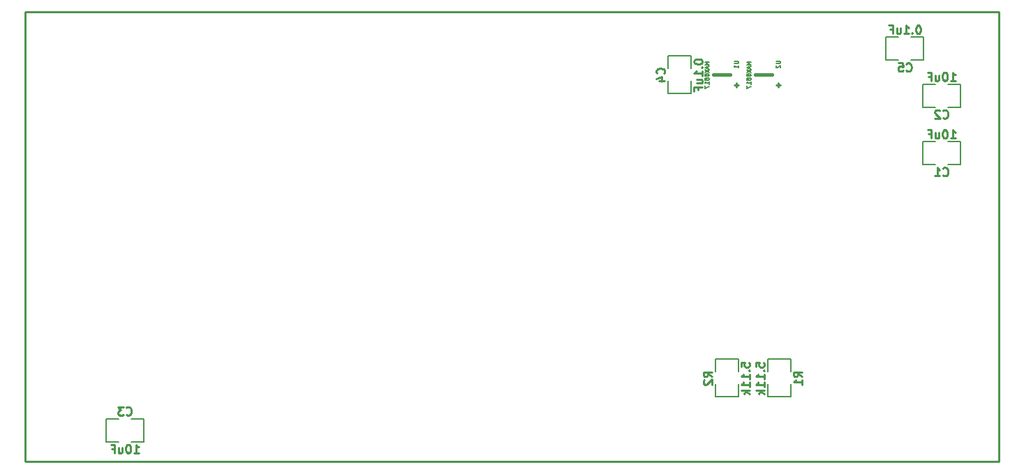
<source format=gbo>
G04 #@! TF.FileFunction,Legend,Bot*
%FSLAX46Y46*%
G04 Gerber Fmt 4.6, Leading zero omitted, Abs format (unit mm)*
G04 Created by KiCad (PCBNEW 0.201508100901+6080~28~ubuntu14.04.1-product) date Tue 11 Aug 2015 03:56:28 PM EDT*
%MOMM*%
G01*
G04 APERTURE LIST*
%ADD10C,0.100000*%
%ADD11C,0.228600*%
%ADD12C,0.127000*%
%ADD13C,0.381000*%
%ADD14C,0.254000*%
%ADD15O,2.540000X1.854200*%
%ADD16R,2.540000X1.854200*%
%ADD17O,1.854200X2.540000*%
%ADD18R,1.854200X2.540000*%
%ADD19O,2.032000X1.524000*%
%ADD20O,5.080000X3.048000*%
%ADD21O,1.524000X2.032000*%
%ADD22C,3.937000*%
%ADD23O,1.524000X2.540000*%
%ADD24O,2.540000X1.524000*%
%ADD25C,1.930400*%
%ADD26O,4.572000X3.556000*%
%ADD27O,4.064000X5.080000*%
%ADD28O,5.080000X3.556000*%
%ADD29R,1.270000X2.540000*%
%ADD30R,2.540000X1.270000*%
%ADD31R,0.762000X1.534160*%
%ADD32O,4.648200X3.378200*%
G04 APERTURE END LIST*
D10*
D11*
X211455000Y-75565000D02*
X93345000Y-75565000D01*
X211455000Y-130175000D02*
X211455000Y-75565000D01*
X93345000Y-130175000D02*
X211455000Y-130175000D01*
X93345000Y-75565000D02*
X93345000Y-130175000D01*
D12*
X203708000Y-94107000D02*
X202184000Y-94107000D01*
X202184000Y-94107000D02*
X202184000Y-91313000D01*
X202184000Y-91313000D02*
X203708000Y-91313000D01*
X205232000Y-91313000D02*
X206756000Y-91313000D01*
X206756000Y-91313000D02*
X206756000Y-94107000D01*
X206756000Y-94107000D02*
X205232000Y-94107000D01*
X203708000Y-87122000D02*
X202184000Y-87122000D01*
X202184000Y-87122000D02*
X202184000Y-84328000D01*
X202184000Y-84328000D02*
X203708000Y-84328000D01*
X205232000Y-84328000D02*
X206756000Y-84328000D01*
X206756000Y-84328000D02*
X206756000Y-87122000D01*
X206756000Y-87122000D02*
X205232000Y-87122000D01*
X106172000Y-124968000D02*
X107696000Y-124968000D01*
X107696000Y-124968000D02*
X107696000Y-127762000D01*
X107696000Y-127762000D02*
X106172000Y-127762000D01*
X104648000Y-127762000D02*
X103124000Y-127762000D01*
X103124000Y-127762000D02*
X103124000Y-124968000D01*
X103124000Y-124968000D02*
X104648000Y-124968000D01*
X171323000Y-82423000D02*
X171323000Y-80899000D01*
X171323000Y-80899000D02*
X174117000Y-80899000D01*
X174117000Y-80899000D02*
X174117000Y-82423000D01*
X174117000Y-83947000D02*
X174117000Y-85471000D01*
X174117000Y-85471000D02*
X171323000Y-85471000D01*
X171323000Y-85471000D02*
X171323000Y-83947000D01*
X199263000Y-81407000D02*
X197739000Y-81407000D01*
X197739000Y-81407000D02*
X197739000Y-78613000D01*
X197739000Y-78613000D02*
X199263000Y-78613000D01*
X200787000Y-78613000D02*
X202311000Y-78613000D01*
X202311000Y-78613000D02*
X202311000Y-81407000D01*
X202311000Y-81407000D02*
X200787000Y-81407000D01*
X186182000Y-120777000D02*
X186182000Y-122301000D01*
X186182000Y-122301000D02*
X183388000Y-122301000D01*
X183388000Y-122301000D02*
X183388000Y-120777000D01*
X183388000Y-119253000D02*
X183388000Y-117729000D01*
X183388000Y-117729000D02*
X186182000Y-117729000D01*
X186182000Y-117729000D02*
X186182000Y-119253000D01*
X177038000Y-119253000D02*
X177038000Y-117729000D01*
X177038000Y-117729000D02*
X179832000Y-117729000D01*
X179832000Y-117729000D02*
X179832000Y-119253000D01*
X179832000Y-120777000D02*
X179832000Y-122301000D01*
X179832000Y-122301000D02*
X177038000Y-122301000D01*
X177038000Y-122301000D02*
X177038000Y-120777000D01*
D13*
X178816000Y-83185000D02*
X176784000Y-83185000D01*
D11*
X179578000Y-84709000D02*
X179578000Y-84201000D01*
X179832000Y-84455000D02*
X179324000Y-84455000D01*
D13*
X183896000Y-83185000D02*
X181864000Y-83185000D01*
D11*
X184658000Y-84709000D02*
X184658000Y-84201000D01*
X184912000Y-84455000D02*
X184404000Y-84455000D01*
D14*
X204639333Y-95358857D02*
X204687714Y-95407238D01*
X204832857Y-95455619D01*
X204929619Y-95455619D01*
X205074761Y-95407238D01*
X205171523Y-95310476D01*
X205219904Y-95213714D01*
X205268285Y-95020190D01*
X205268285Y-94875048D01*
X205219904Y-94681524D01*
X205171523Y-94584762D01*
X205074761Y-94488000D01*
X204929619Y-94439619D01*
X204832857Y-94439619D01*
X204687714Y-94488000D01*
X204639333Y-94536381D01*
X203671714Y-95455619D02*
X204252285Y-95455619D01*
X203961999Y-95455619D02*
X203961999Y-94439619D01*
X204058761Y-94584762D01*
X204155523Y-94681524D01*
X204252285Y-94729905D01*
X205558571Y-90883619D02*
X206139142Y-90883619D01*
X205848856Y-90883619D02*
X205848856Y-89867619D01*
X205945618Y-90012762D01*
X206042380Y-90109524D01*
X206139142Y-90157905D01*
X204929618Y-89867619D02*
X204832857Y-89867619D01*
X204736095Y-89916000D01*
X204687714Y-89964381D01*
X204639333Y-90061143D01*
X204590952Y-90254667D01*
X204590952Y-90496571D01*
X204639333Y-90690095D01*
X204687714Y-90786857D01*
X204736095Y-90835238D01*
X204832857Y-90883619D01*
X204929618Y-90883619D01*
X205026380Y-90835238D01*
X205074761Y-90786857D01*
X205123142Y-90690095D01*
X205171523Y-90496571D01*
X205171523Y-90254667D01*
X205123142Y-90061143D01*
X205074761Y-89964381D01*
X205026380Y-89916000D01*
X204929618Y-89867619D01*
X203720095Y-90206286D02*
X203720095Y-90883619D01*
X204155523Y-90206286D02*
X204155523Y-90738476D01*
X204107142Y-90835238D01*
X204010380Y-90883619D01*
X203865238Y-90883619D01*
X203768476Y-90835238D01*
X203720095Y-90786857D01*
X202897619Y-90351429D02*
X203236285Y-90351429D01*
X203236285Y-90883619D02*
X203236285Y-89867619D01*
X202752476Y-89867619D01*
X204639333Y-88373857D02*
X204687714Y-88422238D01*
X204832857Y-88470619D01*
X204929619Y-88470619D01*
X205074761Y-88422238D01*
X205171523Y-88325476D01*
X205219904Y-88228714D01*
X205268285Y-88035190D01*
X205268285Y-87890048D01*
X205219904Y-87696524D01*
X205171523Y-87599762D01*
X205074761Y-87503000D01*
X204929619Y-87454619D01*
X204832857Y-87454619D01*
X204687714Y-87503000D01*
X204639333Y-87551381D01*
X204252285Y-87551381D02*
X204203904Y-87503000D01*
X204107142Y-87454619D01*
X203865238Y-87454619D01*
X203768476Y-87503000D01*
X203720095Y-87551381D01*
X203671714Y-87648143D01*
X203671714Y-87744905D01*
X203720095Y-87890048D01*
X204300666Y-88470619D01*
X203671714Y-88470619D01*
X205558571Y-83898619D02*
X206139142Y-83898619D01*
X205848856Y-83898619D02*
X205848856Y-82882619D01*
X205945618Y-83027762D01*
X206042380Y-83124524D01*
X206139142Y-83172905D01*
X204929618Y-82882619D02*
X204832857Y-82882619D01*
X204736095Y-82931000D01*
X204687714Y-82979381D01*
X204639333Y-83076143D01*
X204590952Y-83269667D01*
X204590952Y-83511571D01*
X204639333Y-83705095D01*
X204687714Y-83801857D01*
X204736095Y-83850238D01*
X204832857Y-83898619D01*
X204929618Y-83898619D01*
X205026380Y-83850238D01*
X205074761Y-83801857D01*
X205123142Y-83705095D01*
X205171523Y-83511571D01*
X205171523Y-83269667D01*
X205123142Y-83076143D01*
X205074761Y-82979381D01*
X205026380Y-82931000D01*
X204929618Y-82882619D01*
X203720095Y-83221286D02*
X203720095Y-83898619D01*
X204155523Y-83221286D02*
X204155523Y-83753476D01*
X204107142Y-83850238D01*
X204010380Y-83898619D01*
X203865238Y-83898619D01*
X203768476Y-83850238D01*
X203720095Y-83801857D01*
X202897619Y-83366429D02*
X203236285Y-83366429D01*
X203236285Y-83898619D02*
X203236285Y-82882619D01*
X202752476Y-82882619D01*
X105579333Y-124441857D02*
X105627714Y-124490238D01*
X105772857Y-124538619D01*
X105869619Y-124538619D01*
X106014761Y-124490238D01*
X106111523Y-124393476D01*
X106159904Y-124296714D01*
X106208285Y-124103190D01*
X106208285Y-123958048D01*
X106159904Y-123764524D01*
X106111523Y-123667762D01*
X106014761Y-123571000D01*
X105869619Y-123522619D01*
X105772857Y-123522619D01*
X105627714Y-123571000D01*
X105579333Y-123619381D01*
X105240666Y-123522619D02*
X104611714Y-123522619D01*
X104950380Y-123909667D01*
X104805238Y-123909667D01*
X104708476Y-123958048D01*
X104660095Y-124006429D01*
X104611714Y-124103190D01*
X104611714Y-124345095D01*
X104660095Y-124441857D01*
X104708476Y-124490238D01*
X104805238Y-124538619D01*
X105095523Y-124538619D01*
X105192285Y-124490238D01*
X105240666Y-124441857D01*
X106498571Y-129110619D02*
X107079142Y-129110619D01*
X106788856Y-129110619D02*
X106788856Y-128094619D01*
X106885618Y-128239762D01*
X106982380Y-128336524D01*
X107079142Y-128384905D01*
X105869618Y-128094619D02*
X105772857Y-128094619D01*
X105676095Y-128143000D01*
X105627714Y-128191381D01*
X105579333Y-128288143D01*
X105530952Y-128481667D01*
X105530952Y-128723571D01*
X105579333Y-128917095D01*
X105627714Y-129013857D01*
X105676095Y-129062238D01*
X105772857Y-129110619D01*
X105869618Y-129110619D01*
X105966380Y-129062238D01*
X106014761Y-129013857D01*
X106063142Y-128917095D01*
X106111523Y-128723571D01*
X106111523Y-128481667D01*
X106063142Y-128288143D01*
X106014761Y-128191381D01*
X105966380Y-128143000D01*
X105869618Y-128094619D01*
X104660095Y-128433286D02*
X104660095Y-129110619D01*
X105095523Y-128433286D02*
X105095523Y-128965476D01*
X105047142Y-129062238D01*
X104950380Y-129110619D01*
X104805238Y-129110619D01*
X104708476Y-129062238D01*
X104660095Y-129013857D01*
X103837619Y-128578429D02*
X104176285Y-128578429D01*
X104176285Y-129110619D02*
X104176285Y-128094619D01*
X103692476Y-128094619D01*
X170796857Y-83015667D02*
X170845238Y-82967286D01*
X170893619Y-82822143D01*
X170893619Y-82725381D01*
X170845238Y-82580239D01*
X170748476Y-82483477D01*
X170651714Y-82435096D01*
X170458190Y-82386715D01*
X170313048Y-82386715D01*
X170119524Y-82435096D01*
X170022762Y-82483477D01*
X169926000Y-82580239D01*
X169877619Y-82725381D01*
X169877619Y-82822143D01*
X169926000Y-82967286D01*
X169974381Y-83015667D01*
X170216286Y-83886524D02*
X170893619Y-83886524D01*
X169829238Y-83644620D02*
X170554952Y-83402715D01*
X170554952Y-84031667D01*
X174449619Y-81515858D02*
X174449619Y-81612619D01*
X174498000Y-81709381D01*
X174546381Y-81757762D01*
X174643143Y-81806143D01*
X174836667Y-81854524D01*
X175078571Y-81854524D01*
X175272095Y-81806143D01*
X175368857Y-81757762D01*
X175417238Y-81709381D01*
X175465619Y-81612619D01*
X175465619Y-81515858D01*
X175417238Y-81419096D01*
X175368857Y-81370715D01*
X175272095Y-81322334D01*
X175078571Y-81273953D01*
X174836667Y-81273953D01*
X174643143Y-81322334D01*
X174546381Y-81370715D01*
X174498000Y-81419096D01*
X174449619Y-81515858D01*
X175368857Y-82289953D02*
X175417238Y-82338334D01*
X175465619Y-82289953D01*
X175417238Y-82241572D01*
X175368857Y-82289953D01*
X175465619Y-82289953D01*
X175465619Y-83305953D02*
X175465619Y-82725382D01*
X175465619Y-83015668D02*
X174449619Y-83015668D01*
X174594762Y-82918906D01*
X174691524Y-82822144D01*
X174739905Y-82725382D01*
X174788286Y-84176810D02*
X175465619Y-84176810D01*
X174788286Y-83741382D02*
X175320476Y-83741382D01*
X175417238Y-83789763D01*
X175465619Y-83886525D01*
X175465619Y-84031667D01*
X175417238Y-84128429D01*
X175368857Y-84176810D01*
X174933429Y-84999286D02*
X174933429Y-84660620D01*
X175465619Y-84660620D02*
X174449619Y-84660620D01*
X174449619Y-85144429D01*
X200194333Y-82658857D02*
X200242714Y-82707238D01*
X200387857Y-82755619D01*
X200484619Y-82755619D01*
X200629761Y-82707238D01*
X200726523Y-82610476D01*
X200774904Y-82513714D01*
X200823285Y-82320190D01*
X200823285Y-82175048D01*
X200774904Y-81981524D01*
X200726523Y-81884762D01*
X200629761Y-81788000D01*
X200484619Y-81739619D01*
X200387857Y-81739619D01*
X200242714Y-81788000D01*
X200194333Y-81836381D01*
X199275095Y-81739619D02*
X199758904Y-81739619D01*
X199807285Y-82223429D01*
X199758904Y-82175048D01*
X199662142Y-82126667D01*
X199420238Y-82126667D01*
X199323476Y-82175048D01*
X199275095Y-82223429D01*
X199226714Y-82320190D01*
X199226714Y-82562095D01*
X199275095Y-82658857D01*
X199323476Y-82707238D01*
X199420238Y-82755619D01*
X199662142Y-82755619D01*
X199758904Y-82707238D01*
X199807285Y-82658857D01*
X201694142Y-77167619D02*
X201597381Y-77167619D01*
X201500619Y-77216000D01*
X201452238Y-77264381D01*
X201403857Y-77361143D01*
X201355476Y-77554667D01*
X201355476Y-77796571D01*
X201403857Y-77990095D01*
X201452238Y-78086857D01*
X201500619Y-78135238D01*
X201597381Y-78183619D01*
X201694142Y-78183619D01*
X201790904Y-78135238D01*
X201839285Y-78086857D01*
X201887666Y-77990095D01*
X201936047Y-77796571D01*
X201936047Y-77554667D01*
X201887666Y-77361143D01*
X201839285Y-77264381D01*
X201790904Y-77216000D01*
X201694142Y-77167619D01*
X200920047Y-78086857D02*
X200871666Y-78135238D01*
X200920047Y-78183619D01*
X200968428Y-78135238D01*
X200920047Y-78086857D01*
X200920047Y-78183619D01*
X199904047Y-78183619D02*
X200484618Y-78183619D01*
X200194332Y-78183619D02*
X200194332Y-77167619D01*
X200291094Y-77312762D01*
X200387856Y-77409524D01*
X200484618Y-77457905D01*
X199033190Y-77506286D02*
X199033190Y-78183619D01*
X199468618Y-77506286D02*
X199468618Y-78038476D01*
X199420237Y-78135238D01*
X199323475Y-78183619D01*
X199178333Y-78183619D01*
X199081571Y-78135238D01*
X199033190Y-78086857D01*
X198210714Y-77651429D02*
X198549380Y-77651429D01*
X198549380Y-78183619D02*
X198549380Y-77167619D01*
X198065571Y-77167619D01*
X187530619Y-119845667D02*
X187046810Y-119507001D01*
X187530619Y-119265096D02*
X186514619Y-119265096D01*
X186514619Y-119652143D01*
X186563000Y-119748905D01*
X186611381Y-119797286D01*
X186708143Y-119845667D01*
X186853286Y-119845667D01*
X186950048Y-119797286D01*
X186998429Y-119748905D01*
X187046810Y-119652143D01*
X187046810Y-119265096D01*
X187530619Y-120813286D02*
X187530619Y-120232715D01*
X187530619Y-120523001D02*
X186514619Y-120523001D01*
X186659762Y-120426239D01*
X186756524Y-120329477D01*
X186804905Y-120232715D01*
X181942619Y-118636143D02*
X181942619Y-118152334D01*
X182426429Y-118103953D01*
X182378048Y-118152334D01*
X182329667Y-118249096D01*
X182329667Y-118491000D01*
X182378048Y-118587762D01*
X182426429Y-118636143D01*
X182523190Y-118684524D01*
X182765095Y-118684524D01*
X182861857Y-118636143D01*
X182910238Y-118587762D01*
X182958619Y-118491000D01*
X182958619Y-118249096D01*
X182910238Y-118152334D01*
X182861857Y-118103953D01*
X182861857Y-119119953D02*
X182910238Y-119168334D01*
X182958619Y-119119953D01*
X182910238Y-119071572D01*
X182861857Y-119119953D01*
X182958619Y-119119953D01*
X182958619Y-120135953D02*
X182958619Y-119555382D01*
X182958619Y-119845668D02*
X181942619Y-119845668D01*
X182087762Y-119748906D01*
X182184524Y-119652144D01*
X182232905Y-119555382D01*
X182958619Y-121103572D02*
X182958619Y-120523001D01*
X182958619Y-120813287D02*
X181942619Y-120813287D01*
X182087762Y-120716525D01*
X182184524Y-120619763D01*
X182232905Y-120523001D01*
X182958619Y-121539001D02*
X181942619Y-121539001D01*
X182571571Y-121635763D02*
X182958619Y-121926048D01*
X182281286Y-121926048D02*
X182668333Y-121539001D01*
X176608619Y-119845667D02*
X176124810Y-119507001D01*
X176608619Y-119265096D02*
X175592619Y-119265096D01*
X175592619Y-119652143D01*
X175641000Y-119748905D01*
X175689381Y-119797286D01*
X175786143Y-119845667D01*
X175931286Y-119845667D01*
X176028048Y-119797286D01*
X176076429Y-119748905D01*
X176124810Y-119652143D01*
X176124810Y-119265096D01*
X175689381Y-120232715D02*
X175641000Y-120281096D01*
X175592619Y-120377858D01*
X175592619Y-120619762D01*
X175641000Y-120716524D01*
X175689381Y-120764905D01*
X175786143Y-120813286D01*
X175882905Y-120813286D01*
X176028048Y-120764905D01*
X176608619Y-120184334D01*
X176608619Y-120813286D01*
X180164619Y-118636143D02*
X180164619Y-118152334D01*
X180648429Y-118103953D01*
X180600048Y-118152334D01*
X180551667Y-118249096D01*
X180551667Y-118491000D01*
X180600048Y-118587762D01*
X180648429Y-118636143D01*
X180745190Y-118684524D01*
X180987095Y-118684524D01*
X181083857Y-118636143D01*
X181132238Y-118587762D01*
X181180619Y-118491000D01*
X181180619Y-118249096D01*
X181132238Y-118152334D01*
X181083857Y-118103953D01*
X181083857Y-119119953D02*
X181132238Y-119168334D01*
X181180619Y-119119953D01*
X181132238Y-119071572D01*
X181083857Y-119119953D01*
X181180619Y-119119953D01*
X181180619Y-120135953D02*
X181180619Y-119555382D01*
X181180619Y-119845668D02*
X180164619Y-119845668D01*
X180309762Y-119748906D01*
X180406524Y-119652144D01*
X180454905Y-119555382D01*
X181180619Y-121103572D02*
X181180619Y-120523001D01*
X181180619Y-120813287D02*
X180164619Y-120813287D01*
X180309762Y-120716525D01*
X180406524Y-120619763D01*
X180454905Y-120523001D01*
X181180619Y-121539001D02*
X180164619Y-121539001D01*
X180793571Y-121635763D02*
X181180619Y-121926048D01*
X180503286Y-121926048D02*
X180890333Y-121539001D01*
D12*
X179299810Y-81527952D02*
X179711048Y-81527952D01*
X179759429Y-81552143D01*
X179783619Y-81576333D01*
X179807810Y-81624714D01*
X179807810Y-81721476D01*
X179783619Y-81769857D01*
X179759429Y-81794048D01*
X179711048Y-81818238D01*
X179299810Y-81818238D01*
X179807810Y-82326238D02*
X179807810Y-82035952D01*
X179807810Y-82181095D02*
X179299810Y-82181095D01*
X179372381Y-82132714D01*
X179420762Y-82084333D01*
X179444952Y-82035952D01*
X176251810Y-81588427D02*
X175743810Y-81588427D01*
X176106667Y-81757761D01*
X175743810Y-81927094D01*
X176251810Y-81927094D01*
X176106667Y-82144808D02*
X176106667Y-82386713D01*
X176251810Y-82096427D02*
X175743810Y-82265760D01*
X176251810Y-82435094D01*
X175743810Y-82556046D02*
X176251810Y-82894713D01*
X175743810Y-82894713D02*
X176251810Y-82556046D01*
X175743810Y-83305952D02*
X175743810Y-83209190D01*
X175768000Y-83160809D01*
X175792190Y-83136618D01*
X175864762Y-83088237D01*
X175961524Y-83064047D01*
X176155048Y-83064047D01*
X176203429Y-83088237D01*
X176227619Y-83112428D01*
X176251810Y-83160809D01*
X176251810Y-83257571D01*
X176227619Y-83305952D01*
X176203429Y-83330142D01*
X176155048Y-83354333D01*
X176034095Y-83354333D01*
X175985714Y-83330142D01*
X175961524Y-83305952D01*
X175937333Y-83257571D01*
X175937333Y-83160809D01*
X175961524Y-83112428D01*
X175985714Y-83088237D01*
X176034095Y-83064047D01*
X175961524Y-83644619D02*
X175937333Y-83596238D01*
X175913143Y-83572047D01*
X175864762Y-83547857D01*
X175840571Y-83547857D01*
X175792190Y-83572047D01*
X175768000Y-83596238D01*
X175743810Y-83644619D01*
X175743810Y-83741381D01*
X175768000Y-83789762D01*
X175792190Y-83813952D01*
X175840571Y-83838143D01*
X175864762Y-83838143D01*
X175913143Y-83813952D01*
X175937333Y-83789762D01*
X175961524Y-83741381D01*
X175961524Y-83644619D01*
X175985714Y-83596238D01*
X176009905Y-83572047D01*
X176058286Y-83547857D01*
X176155048Y-83547857D01*
X176203429Y-83572047D01*
X176227619Y-83596238D01*
X176251810Y-83644619D01*
X176251810Y-83741381D01*
X176227619Y-83789762D01*
X176203429Y-83813952D01*
X176155048Y-83838143D01*
X176058286Y-83838143D01*
X176009905Y-83813952D01*
X175985714Y-83789762D01*
X175961524Y-83741381D01*
X176251810Y-84321953D02*
X176251810Y-84031667D01*
X176251810Y-84176810D02*
X175743810Y-84176810D01*
X175816381Y-84128429D01*
X175864762Y-84080048D01*
X175888952Y-84031667D01*
X175743810Y-84491286D02*
X175743810Y-84829953D01*
X176251810Y-84612239D01*
X184379810Y-81527952D02*
X184791048Y-81527952D01*
X184839429Y-81552143D01*
X184863619Y-81576333D01*
X184887810Y-81624714D01*
X184887810Y-81721476D01*
X184863619Y-81769857D01*
X184839429Y-81794048D01*
X184791048Y-81818238D01*
X184379810Y-81818238D01*
X184428190Y-82035952D02*
X184404000Y-82060142D01*
X184379810Y-82108523D01*
X184379810Y-82229476D01*
X184404000Y-82277857D01*
X184428190Y-82302047D01*
X184476571Y-82326238D01*
X184524952Y-82326238D01*
X184597524Y-82302047D01*
X184887810Y-82011761D01*
X184887810Y-82326238D01*
X181331810Y-81588427D02*
X180823810Y-81588427D01*
X181186667Y-81757761D01*
X180823810Y-81927094D01*
X181331810Y-81927094D01*
X181186667Y-82144808D02*
X181186667Y-82386713D01*
X181331810Y-82096427D02*
X180823810Y-82265760D01*
X181331810Y-82435094D01*
X180823810Y-82556046D02*
X181331810Y-82894713D01*
X180823810Y-82894713D02*
X181331810Y-82556046D01*
X180823810Y-83305952D02*
X180823810Y-83209190D01*
X180848000Y-83160809D01*
X180872190Y-83136618D01*
X180944762Y-83088237D01*
X181041524Y-83064047D01*
X181235048Y-83064047D01*
X181283429Y-83088237D01*
X181307619Y-83112428D01*
X181331810Y-83160809D01*
X181331810Y-83257571D01*
X181307619Y-83305952D01*
X181283429Y-83330142D01*
X181235048Y-83354333D01*
X181114095Y-83354333D01*
X181065714Y-83330142D01*
X181041524Y-83305952D01*
X181017333Y-83257571D01*
X181017333Y-83160809D01*
X181041524Y-83112428D01*
X181065714Y-83088237D01*
X181114095Y-83064047D01*
X181041524Y-83644619D02*
X181017333Y-83596238D01*
X180993143Y-83572047D01*
X180944762Y-83547857D01*
X180920571Y-83547857D01*
X180872190Y-83572047D01*
X180848000Y-83596238D01*
X180823810Y-83644619D01*
X180823810Y-83741381D01*
X180848000Y-83789762D01*
X180872190Y-83813952D01*
X180920571Y-83838143D01*
X180944762Y-83838143D01*
X180993143Y-83813952D01*
X181017333Y-83789762D01*
X181041524Y-83741381D01*
X181041524Y-83644619D01*
X181065714Y-83596238D01*
X181089905Y-83572047D01*
X181138286Y-83547857D01*
X181235048Y-83547857D01*
X181283429Y-83572047D01*
X181307619Y-83596238D01*
X181331810Y-83644619D01*
X181331810Y-83741381D01*
X181307619Y-83789762D01*
X181283429Y-83813952D01*
X181235048Y-83838143D01*
X181138286Y-83838143D01*
X181089905Y-83813952D01*
X181065714Y-83789762D01*
X181041524Y-83741381D01*
X181331810Y-84321953D02*
X181331810Y-84031667D01*
X181331810Y-84176810D02*
X180823810Y-84176810D01*
X180896381Y-84128429D01*
X180944762Y-84080048D01*
X180968952Y-84031667D01*
X180823810Y-84491286D02*
X180823810Y-84829953D01*
X181331810Y-84612239D01*
%LPC*%
D15*
X184150000Y-86995000D03*
D16*
X184150000Y-89535000D03*
D17*
X104140000Y-121920000D03*
X106680000Y-121920000D03*
D18*
X101600000Y-121920000D03*
D19*
X184785000Y-111125000D03*
X179705000Y-111125000D03*
D20*
X99060000Y-107950000D03*
X99060000Y-97790000D03*
D19*
X105156000Y-102870000D03*
D21*
X107950000Y-102870000D03*
X107950000Y-100076000D03*
X107950000Y-105664000D03*
D22*
X111760000Y-127000000D03*
X113030000Y-78740000D03*
X194310000Y-127000000D03*
X187960000Y-78740000D03*
D23*
X125730000Y-127000000D03*
X128270000Y-127000000D03*
X130810000Y-127000000D03*
X133350000Y-127000000D03*
X135890000Y-127000000D03*
X138430000Y-127000000D03*
X140970000Y-127000000D03*
X143510000Y-127000000D03*
X148590000Y-127000000D03*
X151130000Y-127000000D03*
X153670000Y-127000000D03*
X156210000Y-127000000D03*
X158750000Y-127000000D03*
X161290000Y-127000000D03*
X163830000Y-127000000D03*
X166370000Y-127000000D03*
X171450000Y-127000000D03*
X173990000Y-127000000D03*
X176530000Y-127000000D03*
X179070000Y-127000000D03*
X181610000Y-127000000D03*
X184150000Y-127000000D03*
X186690000Y-127000000D03*
X189230000Y-127000000D03*
X116586000Y-78740000D03*
X119126000Y-78740000D03*
X121666000Y-78740000D03*
X124206000Y-78740000D03*
X126746000Y-78740000D03*
X129286000Y-78740000D03*
X131826000Y-78740000D03*
X134366000Y-78740000D03*
X136906000Y-78740000D03*
X139446000Y-78740000D03*
X143510000Y-78740000D03*
X161290000Y-78740000D03*
X158750000Y-78740000D03*
X156210000Y-78740000D03*
X153670000Y-78740000D03*
X151130000Y-78740000D03*
X148590000Y-78740000D03*
X146050000Y-78740000D03*
X166370000Y-78740000D03*
X168910000Y-78740000D03*
X171450000Y-78740000D03*
X173990000Y-78740000D03*
X176530000Y-78740000D03*
X179070000Y-78740000D03*
X181610000Y-78740000D03*
X184150000Y-78740000D03*
X191770000Y-78232000D03*
X194310000Y-78232000D03*
D24*
X191262000Y-81280000D03*
X194818000Y-81280000D03*
X191262000Y-83820000D03*
X194818000Y-83820000D03*
X191262000Y-86360000D03*
X194818000Y-86360000D03*
X191262000Y-88900000D03*
X194818000Y-88900000D03*
X191262000Y-91440000D03*
X194818000Y-91440000D03*
X191262000Y-93980000D03*
X194818000Y-93980000D03*
X191262000Y-96520000D03*
X194818000Y-96520000D03*
X191262000Y-99060000D03*
X194818000Y-99060000D03*
X191262000Y-101600000D03*
X194818000Y-101600000D03*
X191262000Y-104140000D03*
X194818000Y-104140000D03*
X191262000Y-106680000D03*
X194818000Y-106680000D03*
X191262000Y-109220000D03*
X194818000Y-109220000D03*
X191262000Y-111760000D03*
X194818000Y-111760000D03*
X191262000Y-114300000D03*
X194818000Y-114300000D03*
X191262000Y-116840000D03*
X194818000Y-116840000D03*
X191262000Y-119380000D03*
X194818000Y-119380000D03*
X191262000Y-121920000D03*
X194818000Y-121920000D03*
D25*
X208457800Y-102870000D03*
D26*
X204952600Y-102870000D03*
D27*
X199466200Y-102870000D03*
D28*
X206451200Y-98374200D03*
X206451200Y-107365800D03*
D29*
X202946000Y-92710000D03*
X205994000Y-92710000D03*
X202946000Y-85725000D03*
X205994000Y-85725000D03*
X106934000Y-126365000D03*
X103886000Y-126365000D03*
D30*
X172720000Y-81661000D03*
X172720000Y-84709000D03*
D29*
X198501000Y-80010000D03*
X201549000Y-80010000D03*
D30*
X184785000Y-121539000D03*
X184785000Y-118491000D03*
X178435000Y-118491000D03*
X178435000Y-121539000D03*
D31*
X178749960Y-84383880D03*
X177800000Y-84383880D03*
X176850040Y-84383880D03*
X176850040Y-81986120D03*
X177800000Y-81986120D03*
X178749960Y-81986120D03*
X183829960Y-84383880D03*
X182880000Y-84383880D03*
X181930040Y-84383880D03*
X181930040Y-81986120D03*
X182880000Y-81986120D03*
X183829960Y-81986120D03*
D32*
X179844700Y-107569000D03*
X179844700Y-102870000D03*
X184645300Y-102870000D03*
X184645300Y-107569000D03*
M02*

</source>
